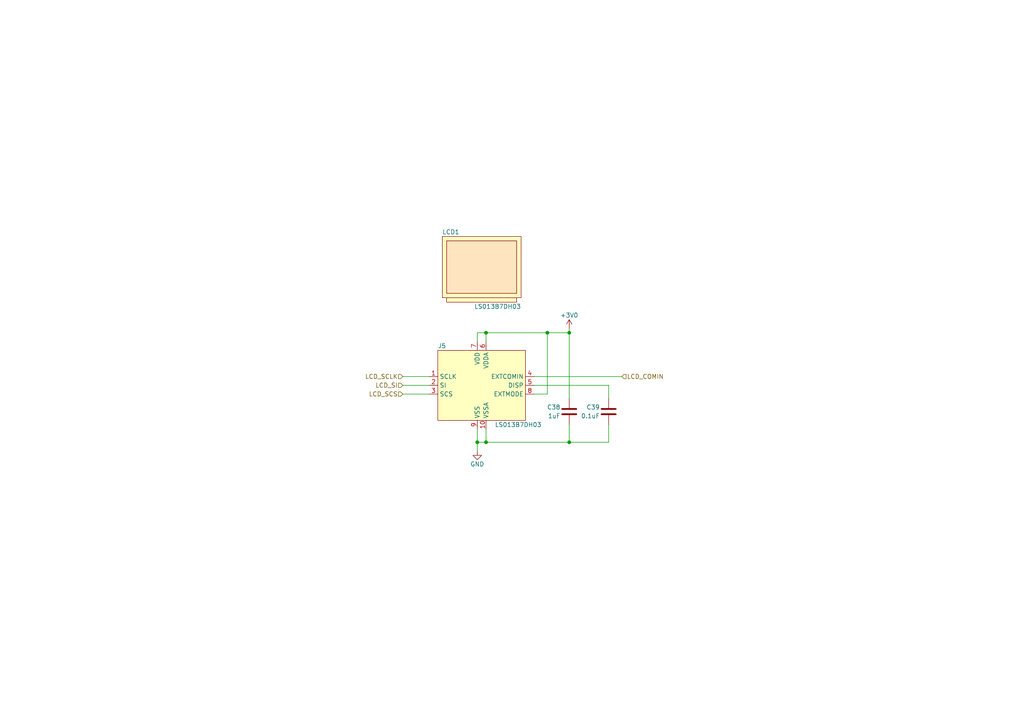
<source format=kicad_sch>
(kicad_sch (version 20230121) (generator eeschema)
  (paper "A4")
  (title_block (title "gkos pebble") (date "2024-03-25") (rev "1") (company "minteyay") (comment 1 "memory LCD"))
  (lib_symbols
    (symbol "Device:C" (pin_numbers hide) (pin_names (offset 0.254))
      (property "Reference" "C" (at 0.635 2.54 0))
      (property "Value" "C" (at 0.635 -2.54 0))
      (symbol "C_0_1"
        (polyline (pts (xy -2.032 -0.762) (xy 2.032 -0.762)) (stroke (width 0.508)))
        (polyline (pts (xy -2.032 0.762) (xy 2.032 0.762)) (stroke (width 0.508)))
      )
      (symbol "C_1_1"
        (pin passive line (at 0 3.81 270) (length 2.794) (name "~") (number "1"))
        (pin passive line (at 0 -3.81 90) (length 2.794) (name "~") (number "2"))
      )
    )
    (symbol "power:+3V0" (power) (pin_names (offset 0))
      (property "Value" "+3V0" (at 0 3.556 0))
      (symbol "+3V0_0_1"
        (polyline (pts (xy -0.762 1.27) (xy 0 2.54)))
        (polyline (pts (xy 0 0) (xy 0 2.54)))
        (polyline (pts (xy 0 2.54) (xy 0.762 1.27)))
      )
      (symbol "+3V0_1_1"
        (pin power_in line (at 0 0 90) (length 0) hide (name "+3V0") (number "1"))
      )
    )
    (symbol "power:GND" (power) (pin_names (offset 0))
      (property "Value" "GND" (at 0 -3.81 0))
      (symbol "GND_0_1"
        (polyline (pts (xy 0 0) (xy 0 -1.27) (xy 1.27 -1.27) (xy 0 -2.54) (xy -1.27 -1.27) (xy 0 -1.27)))
      )
      (symbol "GND_1_1"
        (pin power_in line (at 0 0 270) (length 0) hide (name "GND") (number "1"))
      )
    )
    (symbol "user:LS013B7DH03"
      (property "Reference" "LCD" (at -8.89 10.16 0))
      (property "Value" "LS013B7DH03" (at 0 -11.43 0))
      (symbol "LS013B7DH03_1_1"
        (rectangle (start -11.43 8.89) (end 11.43 -8.89) (fill (type background)))
        (rectangle (start -10.16 -8.89) (end 10.16 -10.16) (fill (type background)))
        (rectangle (start -10.16 7.62) (end 10.16 -7.62) (fill (type color) (color 255 229 191 1)))
      )
    )
    (symbol "user:LS013B7DH03_CONN"
      (property "Reference" "LCD" (at -11.43 11.43 0))
      (property "Value" "LS013B7DH03_CONN" (at 11.43 -11.43 0))
      (symbol "LS013B7DH03_CONN_1_1"
        (rectangle (start -12.7 10.16) (end 12.7 -10.16) (fill (type background)))
        (pin input line (at -15.24 2.54 0) (length 2.54) (name "SCLK") (number "1"))
        (pin power_in line (at 1.27 -12.7 90) (length 2.54) (name "VSSA") (number "10"))
        (pin input line (at -15.24 0 0) (length 2.54) (name "SI") (number "2"))
        (pin input line (at -15.24 -2.54 0) (length 2.54) (name "SCS") (number "3"))
        (pin input line (at 15.24 2.54 180) (length 2.54) (name "EXTCOMIN") (number "4"))
        (pin input line (at 15.24 0 180) (length 2.54) (name "DISP") (number "5"))
        (pin power_in line (at 1.27 12.7 270) (length 2.54) (name "VDDA") (number "6"))
        (pin power_in line (at -1.27 12.7 270) (length 2.54) (name "VDD") (number "7"))
        (pin input line (at 15.24 -2.54 180) (length 2.54) (name "EXTMODE") (number "8"))
        (pin power_in line (at -1.27 -12.7 90) (length 2.54) (name "VSS") (number "9"))
      )
    )
  )
  (junction (at 158.75 96.52))
  (junction (at 165.1 128.27))
  (junction (at 165.1 96.52))
  (junction (at 140.97 96.52))
  (junction (at 140.97 128.27))
  (junction (at 138.43 128.27))
  (wire (pts (xy 138.43 96.52) (xy 140.97 96.52)))
  (wire (pts (xy 138.43 128.27) (xy 138.43 130.81)))
  (wire (pts (xy 158.75 114.3) (xy 154.94 114.3)))
  (wire (pts (xy 158.75 96.52) (xy 158.75 114.3)))
  (wire (pts (xy 116.84 114.3) (xy 124.46 114.3)))
  (wire (pts (xy 140.97 124.46) (xy 140.97 128.27)))
  (wire (pts (xy 138.43 124.46) (xy 138.43 128.27)))
  (wire (pts (xy 138.43 99.06) (xy 138.43 96.52)))
  (wire (pts (xy 165.1 115.57) (xy 165.1 96.52)))
  (wire (pts (xy 154.94 111.76) (xy 176.53 111.76)))
  (wire (pts (xy 165.1 96.52) (xy 158.75 96.52)))
  (wire (pts (xy 165.1 128.27) (xy 165.1 123.19)))
  (wire (pts (xy 116.84 111.76) (xy 124.46 111.76)))
  (wire (pts (xy 176.53 123.19) (xy 176.53 128.27)))
  (wire (pts (xy 116.84 109.22) (xy 124.46 109.22)))
  (wire (pts (xy 154.94 109.22) (xy 180.34 109.22)))
  (wire (pts (xy 165.1 128.27) (xy 176.53 128.27)))
  (wire (pts (xy 176.53 111.76) (xy 176.53 115.57)))
  (wire (pts (xy 138.43 128.27) (xy 140.97 128.27)))
  (wire (pts (xy 140.97 96.52) (xy 158.75 96.52)))
  (wire (pts (xy 140.97 128.27) (xy 165.1 128.27)))
  (wire (pts (xy 140.97 96.52) (xy 140.97 99.06)))
  (wire (pts (xy 165.1 95.25) (xy 165.1 96.52)))
  (hierarchical_label "LCD_SCS" (shape input) (at 116.84 114.3 180))
  (hierarchical_label "LCD_SI" (shape input) (at 116.84 111.76 180))
  (hierarchical_label "LCD_SCLK" (shape input) (at 116.84 109.22 180))
  (hierarchical_label "LCD_COMIN" (shape input) (at 180.34 109.22 0))
  (symbol (lib_id "Device:C") (at 165.1 119.38 0) (mirror y) (unit 1)
    (property "Reference" "C38" (at 162.56 118.11 0) (effects (justify left)))
    (property "Value" "1uF" (at 162.56 120.65 0) (effects (justify left)))
    (property "Footprint" "Capacitor_SMD:C_0603_1608Metric" (effects hide))
  )
  (symbol (lib_id "power:+3V0") (at 165.1 95.25 0) (unit 1)
    (property "Reference" "#PWR082" (effects hide))
    (property "Value" "+3V0" (at 165.1 91.44 0))
  )
  (symbol (lib_id "user:LS013B7DH03_CONN") (at 139.7 111.76 0) (unit 1)
    (property "Reference" "J5" (at 127 100.33 0) (effects (justify left)))
    (property "Value" "LS013B7DH03" (at 143.51 123.19 0) (effects (justify left)))
    (property "Footprint" "footprints:F3311A7H121010E200" (effects hide))
  )
  (symbol (lib_id "user:LS013B7DH03") (at 139.7 77.47 0) (unit 1)
    (property "Reference" "LCD1" (at 128.27 67.31 0) (effects (justify left)))
    (property "Value" "LS013B7DH03" (at 151.13 88.9 0) (effects (justify right)))
    (property "Footprint" "footprints:LS013B7DH03" (effects hide))
  )
  (symbol (lib_id "Device:C") (at 176.53 119.38 0) (mirror y) (unit 1)
    (property "Reference" "C39" (at 173.99 118.11 0) (effects (justify left)))
    (property "Value" "0.1uF" (at 173.99 120.65 0) (effects (justify left)))
    (property "Footprint" "Capacitor_SMD:C_0603_1608Metric" (effects hide))
  )
  (symbol (lib_id "power:GND") (at 138.43 130.81 0) (unit 1)
    (property "Reference" "#PWR081" (effects hide))
    (property "Value" "GND" (at 138.43 134.62 0))
  )
)
</source>
